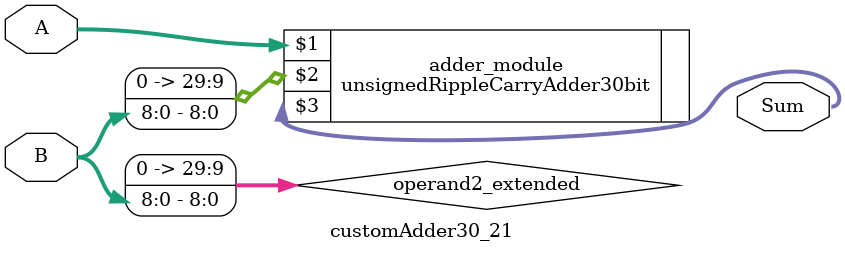
<source format=v>

module customAdder30_21(
                    input [29 : 0] A,
                    input [8 : 0] B,
                    
                    output [30 : 0] Sum
            );

    wire [29 : 0] operand2_extended;
    
    assign operand2_extended =  {21'b0, B};
    
    unsignedRippleCarryAdder30bit adder_module(
        A,
        operand2_extended,
        Sum
    );
    
endmodule
        
</source>
